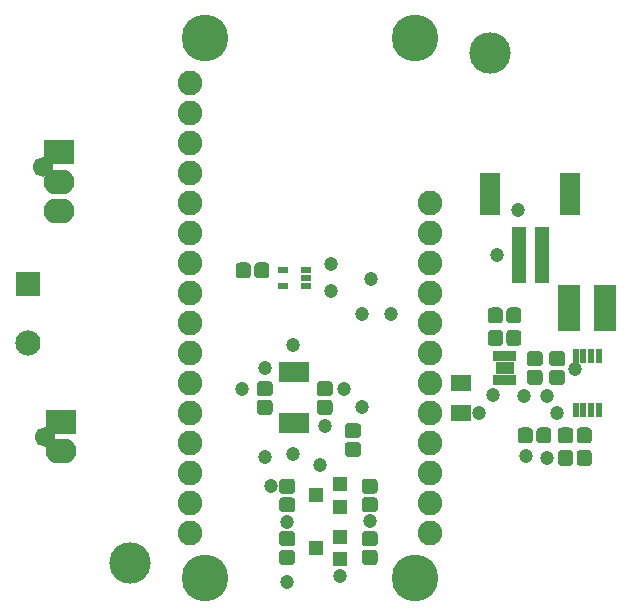
<source format=gbr>
G04 #@! TF.GenerationSoftware,KiCad,Pcbnew,(5.0.0-3-g5ebb6b6)*
G04 #@! TF.CreationDate,2018-10-15T13:07:59-06:00*
G04 #@! TF.ProjectId,DS_Special_Object,44535F5370656369616C5F4F626A6563,rev?*
G04 #@! TF.SameCoordinates,Original*
G04 #@! TF.FileFunction,Soldermask,Top*
G04 #@! TF.FilePolarity,Negative*
%FSLAX46Y46*%
G04 Gerber Fmt 4.6, Leading zero omitted, Abs format (unit mm)*
G04 Created by KiCad (PCBNEW (5.0.0-3-g5ebb6b6)) date Monday, October 15, 2018 at 01:07:59 PM*
%MOMM*%
%LPD*%
G01*
G04 APERTURE LIST*
%ADD10R,1.900000X4.000000*%
%ADD11C,0.100000*%
%ADD12C,1.275000*%
%ADD13C,1.700000*%
%ADD14O,2.600000X2.100000*%
%ADD15R,2.600000X2.100000*%
%ADD16C,3.505200*%
%ADD17R,1.201420X4.803140*%
%ADD18R,1.800860X3.601720*%
%ADD19R,1.300000X1.200000*%
%ADD20R,0.901700X0.622300*%
%ADD21R,0.502920X0.901700*%
%ADD22R,1.582420X1.000760*%
%ADD23C,2.082800*%
%ADD24C,3.956000*%
%ADD25R,0.601980X1.303020*%
%ADD26R,0.502920X1.651000*%
%ADD27R,0.838200X1.473200*%
%ADD28R,2.133600X2.133600*%
%ADD29C,2.133600*%
%ADD30C,1.200000*%
G04 APERTURE END LIST*
D10*
G04 #@! TO.C,L1*
X69064000Y-165989000D03*
X66064000Y-165989000D03*
G04 #@! TD*
D11*
G04 #@! TO.C,C1*
G36*
X61716493Y-165950535D02*
X61747435Y-165955125D01*
X61777778Y-165962725D01*
X61807230Y-165973263D01*
X61835508Y-165986638D01*
X61862338Y-166002719D01*
X61887463Y-166021353D01*
X61910640Y-166042360D01*
X61931647Y-166065537D01*
X61950281Y-166090662D01*
X61966362Y-166117492D01*
X61979737Y-166145770D01*
X61990275Y-166175222D01*
X61997875Y-166205565D01*
X62002465Y-166236507D01*
X62004000Y-166267750D01*
X62004000Y-166980250D01*
X62002465Y-167011493D01*
X61997875Y-167042435D01*
X61990275Y-167072778D01*
X61979737Y-167102230D01*
X61966362Y-167130508D01*
X61950281Y-167157338D01*
X61931647Y-167182463D01*
X61910640Y-167205640D01*
X61887463Y-167226647D01*
X61862338Y-167245281D01*
X61835508Y-167261362D01*
X61807230Y-167274737D01*
X61777778Y-167285275D01*
X61747435Y-167292875D01*
X61716493Y-167297465D01*
X61685250Y-167299000D01*
X61047750Y-167299000D01*
X61016507Y-167297465D01*
X60985565Y-167292875D01*
X60955222Y-167285275D01*
X60925770Y-167274737D01*
X60897492Y-167261362D01*
X60870662Y-167245281D01*
X60845537Y-167226647D01*
X60822360Y-167205640D01*
X60801353Y-167182463D01*
X60782719Y-167157338D01*
X60766638Y-167130508D01*
X60753263Y-167102230D01*
X60742725Y-167072778D01*
X60735125Y-167042435D01*
X60730535Y-167011493D01*
X60729000Y-166980250D01*
X60729000Y-166267750D01*
X60730535Y-166236507D01*
X60735125Y-166205565D01*
X60742725Y-166175222D01*
X60753263Y-166145770D01*
X60766638Y-166117492D01*
X60782719Y-166090662D01*
X60801353Y-166065537D01*
X60822360Y-166042360D01*
X60845537Y-166021353D01*
X60870662Y-166002719D01*
X60897492Y-165986638D01*
X60925770Y-165973263D01*
X60955222Y-165962725D01*
X60985565Y-165955125D01*
X61016507Y-165950535D01*
X61047750Y-165949000D01*
X61685250Y-165949000D01*
X61716493Y-165950535D01*
X61716493Y-165950535D01*
G37*
D12*
X61366500Y-166624000D03*
D11*
G36*
X60141493Y-165950535D02*
X60172435Y-165955125D01*
X60202778Y-165962725D01*
X60232230Y-165973263D01*
X60260508Y-165986638D01*
X60287338Y-166002719D01*
X60312463Y-166021353D01*
X60335640Y-166042360D01*
X60356647Y-166065537D01*
X60375281Y-166090662D01*
X60391362Y-166117492D01*
X60404737Y-166145770D01*
X60415275Y-166175222D01*
X60422875Y-166205565D01*
X60427465Y-166236507D01*
X60429000Y-166267750D01*
X60429000Y-166980250D01*
X60427465Y-167011493D01*
X60422875Y-167042435D01*
X60415275Y-167072778D01*
X60404737Y-167102230D01*
X60391362Y-167130508D01*
X60375281Y-167157338D01*
X60356647Y-167182463D01*
X60335640Y-167205640D01*
X60312463Y-167226647D01*
X60287338Y-167245281D01*
X60260508Y-167261362D01*
X60232230Y-167274737D01*
X60202778Y-167285275D01*
X60172435Y-167292875D01*
X60141493Y-167297465D01*
X60110250Y-167299000D01*
X59472750Y-167299000D01*
X59441507Y-167297465D01*
X59410565Y-167292875D01*
X59380222Y-167285275D01*
X59350770Y-167274737D01*
X59322492Y-167261362D01*
X59295662Y-167245281D01*
X59270537Y-167226647D01*
X59247360Y-167205640D01*
X59226353Y-167182463D01*
X59207719Y-167157338D01*
X59191638Y-167130508D01*
X59178263Y-167102230D01*
X59167725Y-167072778D01*
X59160125Y-167042435D01*
X59155535Y-167011493D01*
X59154000Y-166980250D01*
X59154000Y-166267750D01*
X59155535Y-166236507D01*
X59160125Y-166205565D01*
X59167725Y-166175222D01*
X59178263Y-166145770D01*
X59191638Y-166117492D01*
X59207719Y-166090662D01*
X59226353Y-166065537D01*
X59247360Y-166042360D01*
X59270537Y-166021353D01*
X59295662Y-166002719D01*
X59322492Y-165986638D01*
X59350770Y-165973263D01*
X59380222Y-165962725D01*
X59410565Y-165955125D01*
X59441507Y-165950535D01*
X59472750Y-165949000D01*
X60110250Y-165949000D01*
X60141493Y-165950535D01*
X60141493Y-165950535D01*
G37*
D12*
X59791500Y-166624000D03*
G04 #@! TD*
D11*
G04 #@! TO.C,C2*
G36*
X61716493Y-167855535D02*
X61747435Y-167860125D01*
X61777778Y-167867725D01*
X61807230Y-167878263D01*
X61835508Y-167891638D01*
X61862338Y-167907719D01*
X61887463Y-167926353D01*
X61910640Y-167947360D01*
X61931647Y-167970537D01*
X61950281Y-167995662D01*
X61966362Y-168022492D01*
X61979737Y-168050770D01*
X61990275Y-168080222D01*
X61997875Y-168110565D01*
X62002465Y-168141507D01*
X62004000Y-168172750D01*
X62004000Y-168885250D01*
X62002465Y-168916493D01*
X61997875Y-168947435D01*
X61990275Y-168977778D01*
X61979737Y-169007230D01*
X61966362Y-169035508D01*
X61950281Y-169062338D01*
X61931647Y-169087463D01*
X61910640Y-169110640D01*
X61887463Y-169131647D01*
X61862338Y-169150281D01*
X61835508Y-169166362D01*
X61807230Y-169179737D01*
X61777778Y-169190275D01*
X61747435Y-169197875D01*
X61716493Y-169202465D01*
X61685250Y-169204000D01*
X61047750Y-169204000D01*
X61016507Y-169202465D01*
X60985565Y-169197875D01*
X60955222Y-169190275D01*
X60925770Y-169179737D01*
X60897492Y-169166362D01*
X60870662Y-169150281D01*
X60845537Y-169131647D01*
X60822360Y-169110640D01*
X60801353Y-169087463D01*
X60782719Y-169062338D01*
X60766638Y-169035508D01*
X60753263Y-169007230D01*
X60742725Y-168977778D01*
X60735125Y-168947435D01*
X60730535Y-168916493D01*
X60729000Y-168885250D01*
X60729000Y-168172750D01*
X60730535Y-168141507D01*
X60735125Y-168110565D01*
X60742725Y-168080222D01*
X60753263Y-168050770D01*
X60766638Y-168022492D01*
X60782719Y-167995662D01*
X60801353Y-167970537D01*
X60822360Y-167947360D01*
X60845537Y-167926353D01*
X60870662Y-167907719D01*
X60897492Y-167891638D01*
X60925770Y-167878263D01*
X60955222Y-167867725D01*
X60985565Y-167860125D01*
X61016507Y-167855535D01*
X61047750Y-167854000D01*
X61685250Y-167854000D01*
X61716493Y-167855535D01*
X61716493Y-167855535D01*
G37*
D12*
X61366500Y-168529000D03*
D11*
G36*
X60141493Y-167855535D02*
X60172435Y-167860125D01*
X60202778Y-167867725D01*
X60232230Y-167878263D01*
X60260508Y-167891638D01*
X60287338Y-167907719D01*
X60312463Y-167926353D01*
X60335640Y-167947360D01*
X60356647Y-167970537D01*
X60375281Y-167995662D01*
X60391362Y-168022492D01*
X60404737Y-168050770D01*
X60415275Y-168080222D01*
X60422875Y-168110565D01*
X60427465Y-168141507D01*
X60429000Y-168172750D01*
X60429000Y-168885250D01*
X60427465Y-168916493D01*
X60422875Y-168947435D01*
X60415275Y-168977778D01*
X60404737Y-169007230D01*
X60391362Y-169035508D01*
X60375281Y-169062338D01*
X60356647Y-169087463D01*
X60335640Y-169110640D01*
X60312463Y-169131647D01*
X60287338Y-169150281D01*
X60260508Y-169166362D01*
X60232230Y-169179737D01*
X60202778Y-169190275D01*
X60172435Y-169197875D01*
X60141493Y-169202465D01*
X60110250Y-169204000D01*
X59472750Y-169204000D01*
X59441507Y-169202465D01*
X59410565Y-169197875D01*
X59380222Y-169190275D01*
X59350770Y-169179737D01*
X59322492Y-169166362D01*
X59295662Y-169150281D01*
X59270537Y-169131647D01*
X59247360Y-169110640D01*
X59226353Y-169087463D01*
X59207719Y-169062338D01*
X59191638Y-169035508D01*
X59178263Y-169007230D01*
X59167725Y-168977778D01*
X59160125Y-168947435D01*
X59155535Y-168916493D01*
X59154000Y-168885250D01*
X59154000Y-168172750D01*
X59155535Y-168141507D01*
X59160125Y-168110565D01*
X59167725Y-168080222D01*
X59178263Y-168050770D01*
X59191638Y-168022492D01*
X59207719Y-167995662D01*
X59226353Y-167970537D01*
X59247360Y-167947360D01*
X59270537Y-167926353D01*
X59295662Y-167907719D01*
X59322492Y-167891638D01*
X59350770Y-167878263D01*
X59380222Y-167867725D01*
X59410565Y-167860125D01*
X59441507Y-167855535D01*
X59472750Y-167854000D01*
X60110250Y-167854000D01*
X60141493Y-167855535D01*
X60141493Y-167855535D01*
G37*
D12*
X59791500Y-168529000D03*
G04 #@! TD*
D11*
G04 #@! TO.C,R1*
G36*
X66084993Y-176110535D02*
X66115935Y-176115125D01*
X66146278Y-176122725D01*
X66175730Y-176133263D01*
X66204008Y-176146638D01*
X66230838Y-176162719D01*
X66255963Y-176181353D01*
X66279140Y-176202360D01*
X66300147Y-176225537D01*
X66318781Y-176250662D01*
X66334862Y-176277492D01*
X66348237Y-176305770D01*
X66358775Y-176335222D01*
X66366375Y-176365565D01*
X66370965Y-176396507D01*
X66372500Y-176427750D01*
X66372500Y-177140250D01*
X66370965Y-177171493D01*
X66366375Y-177202435D01*
X66358775Y-177232778D01*
X66348237Y-177262230D01*
X66334862Y-177290508D01*
X66318781Y-177317338D01*
X66300147Y-177342463D01*
X66279140Y-177365640D01*
X66255963Y-177386647D01*
X66230838Y-177405281D01*
X66204008Y-177421362D01*
X66175730Y-177434737D01*
X66146278Y-177445275D01*
X66115935Y-177452875D01*
X66084993Y-177457465D01*
X66053750Y-177459000D01*
X65416250Y-177459000D01*
X65385007Y-177457465D01*
X65354065Y-177452875D01*
X65323722Y-177445275D01*
X65294270Y-177434737D01*
X65265992Y-177421362D01*
X65239162Y-177405281D01*
X65214037Y-177386647D01*
X65190860Y-177365640D01*
X65169853Y-177342463D01*
X65151219Y-177317338D01*
X65135138Y-177290508D01*
X65121763Y-177262230D01*
X65111225Y-177232778D01*
X65103625Y-177202435D01*
X65099035Y-177171493D01*
X65097500Y-177140250D01*
X65097500Y-176427750D01*
X65099035Y-176396507D01*
X65103625Y-176365565D01*
X65111225Y-176335222D01*
X65121763Y-176305770D01*
X65135138Y-176277492D01*
X65151219Y-176250662D01*
X65169853Y-176225537D01*
X65190860Y-176202360D01*
X65214037Y-176181353D01*
X65239162Y-176162719D01*
X65265992Y-176146638D01*
X65294270Y-176133263D01*
X65323722Y-176122725D01*
X65354065Y-176115125D01*
X65385007Y-176110535D01*
X65416250Y-176109000D01*
X66053750Y-176109000D01*
X66084993Y-176110535D01*
X66084993Y-176110535D01*
G37*
D12*
X65735000Y-176784000D03*
D11*
G36*
X67659993Y-176110535D02*
X67690935Y-176115125D01*
X67721278Y-176122725D01*
X67750730Y-176133263D01*
X67779008Y-176146638D01*
X67805838Y-176162719D01*
X67830963Y-176181353D01*
X67854140Y-176202360D01*
X67875147Y-176225537D01*
X67893781Y-176250662D01*
X67909862Y-176277492D01*
X67923237Y-176305770D01*
X67933775Y-176335222D01*
X67941375Y-176365565D01*
X67945965Y-176396507D01*
X67947500Y-176427750D01*
X67947500Y-177140250D01*
X67945965Y-177171493D01*
X67941375Y-177202435D01*
X67933775Y-177232778D01*
X67923237Y-177262230D01*
X67909862Y-177290508D01*
X67893781Y-177317338D01*
X67875147Y-177342463D01*
X67854140Y-177365640D01*
X67830963Y-177386647D01*
X67805838Y-177405281D01*
X67779008Y-177421362D01*
X67750730Y-177434737D01*
X67721278Y-177445275D01*
X67690935Y-177452875D01*
X67659993Y-177457465D01*
X67628750Y-177459000D01*
X66991250Y-177459000D01*
X66960007Y-177457465D01*
X66929065Y-177452875D01*
X66898722Y-177445275D01*
X66869270Y-177434737D01*
X66840992Y-177421362D01*
X66814162Y-177405281D01*
X66789037Y-177386647D01*
X66765860Y-177365640D01*
X66744853Y-177342463D01*
X66726219Y-177317338D01*
X66710138Y-177290508D01*
X66696763Y-177262230D01*
X66686225Y-177232778D01*
X66678625Y-177202435D01*
X66674035Y-177171493D01*
X66672500Y-177140250D01*
X66672500Y-176427750D01*
X66674035Y-176396507D01*
X66678625Y-176365565D01*
X66686225Y-176335222D01*
X66696763Y-176305770D01*
X66710138Y-176277492D01*
X66726219Y-176250662D01*
X66744853Y-176225537D01*
X66765860Y-176202360D01*
X66789037Y-176181353D01*
X66814162Y-176162719D01*
X66840992Y-176146638D01*
X66869270Y-176133263D01*
X66898722Y-176122725D01*
X66929065Y-176115125D01*
X66960007Y-176110535D01*
X66991250Y-176109000D01*
X67628750Y-176109000D01*
X67659993Y-176110535D01*
X67659993Y-176110535D01*
G37*
D12*
X67310000Y-176784000D03*
G04 #@! TD*
D11*
G04 #@! TO.C,R2*
G36*
X64256493Y-176110535D02*
X64287435Y-176115125D01*
X64317778Y-176122725D01*
X64347230Y-176133263D01*
X64375508Y-176146638D01*
X64402338Y-176162719D01*
X64427463Y-176181353D01*
X64450640Y-176202360D01*
X64471647Y-176225537D01*
X64490281Y-176250662D01*
X64506362Y-176277492D01*
X64519737Y-176305770D01*
X64530275Y-176335222D01*
X64537875Y-176365565D01*
X64542465Y-176396507D01*
X64544000Y-176427750D01*
X64544000Y-177140250D01*
X64542465Y-177171493D01*
X64537875Y-177202435D01*
X64530275Y-177232778D01*
X64519737Y-177262230D01*
X64506362Y-177290508D01*
X64490281Y-177317338D01*
X64471647Y-177342463D01*
X64450640Y-177365640D01*
X64427463Y-177386647D01*
X64402338Y-177405281D01*
X64375508Y-177421362D01*
X64347230Y-177434737D01*
X64317778Y-177445275D01*
X64287435Y-177452875D01*
X64256493Y-177457465D01*
X64225250Y-177459000D01*
X63587750Y-177459000D01*
X63556507Y-177457465D01*
X63525565Y-177452875D01*
X63495222Y-177445275D01*
X63465770Y-177434737D01*
X63437492Y-177421362D01*
X63410662Y-177405281D01*
X63385537Y-177386647D01*
X63362360Y-177365640D01*
X63341353Y-177342463D01*
X63322719Y-177317338D01*
X63306638Y-177290508D01*
X63293263Y-177262230D01*
X63282725Y-177232778D01*
X63275125Y-177202435D01*
X63270535Y-177171493D01*
X63269000Y-177140250D01*
X63269000Y-176427750D01*
X63270535Y-176396507D01*
X63275125Y-176365565D01*
X63282725Y-176335222D01*
X63293263Y-176305770D01*
X63306638Y-176277492D01*
X63322719Y-176250662D01*
X63341353Y-176225537D01*
X63362360Y-176202360D01*
X63385537Y-176181353D01*
X63410662Y-176162719D01*
X63437492Y-176146638D01*
X63465770Y-176133263D01*
X63495222Y-176122725D01*
X63525565Y-176115125D01*
X63556507Y-176110535D01*
X63587750Y-176109000D01*
X64225250Y-176109000D01*
X64256493Y-176110535D01*
X64256493Y-176110535D01*
G37*
D12*
X63906500Y-176784000D03*
D11*
G36*
X62681493Y-176110535D02*
X62712435Y-176115125D01*
X62742778Y-176122725D01*
X62772230Y-176133263D01*
X62800508Y-176146638D01*
X62827338Y-176162719D01*
X62852463Y-176181353D01*
X62875640Y-176202360D01*
X62896647Y-176225537D01*
X62915281Y-176250662D01*
X62931362Y-176277492D01*
X62944737Y-176305770D01*
X62955275Y-176335222D01*
X62962875Y-176365565D01*
X62967465Y-176396507D01*
X62969000Y-176427750D01*
X62969000Y-177140250D01*
X62967465Y-177171493D01*
X62962875Y-177202435D01*
X62955275Y-177232778D01*
X62944737Y-177262230D01*
X62931362Y-177290508D01*
X62915281Y-177317338D01*
X62896647Y-177342463D01*
X62875640Y-177365640D01*
X62852463Y-177386647D01*
X62827338Y-177405281D01*
X62800508Y-177421362D01*
X62772230Y-177434737D01*
X62742778Y-177445275D01*
X62712435Y-177452875D01*
X62681493Y-177457465D01*
X62650250Y-177459000D01*
X62012750Y-177459000D01*
X61981507Y-177457465D01*
X61950565Y-177452875D01*
X61920222Y-177445275D01*
X61890770Y-177434737D01*
X61862492Y-177421362D01*
X61835662Y-177405281D01*
X61810537Y-177386647D01*
X61787360Y-177365640D01*
X61766353Y-177342463D01*
X61747719Y-177317338D01*
X61731638Y-177290508D01*
X61718263Y-177262230D01*
X61707725Y-177232778D01*
X61700125Y-177202435D01*
X61695535Y-177171493D01*
X61694000Y-177140250D01*
X61694000Y-176427750D01*
X61695535Y-176396507D01*
X61700125Y-176365565D01*
X61707725Y-176335222D01*
X61718263Y-176305770D01*
X61731638Y-176277492D01*
X61747719Y-176250662D01*
X61766353Y-176225537D01*
X61787360Y-176202360D01*
X61810537Y-176181353D01*
X61835662Y-176162719D01*
X61862492Y-176146638D01*
X61890770Y-176133263D01*
X61920222Y-176122725D01*
X61950565Y-176115125D01*
X61981507Y-176110535D01*
X62012750Y-176109000D01*
X62650250Y-176109000D01*
X62681493Y-176110535D01*
X62681493Y-176110535D01*
G37*
D12*
X62331500Y-176784000D03*
G04 #@! TD*
D13*
G04 #@! TO.C,J2*
X21520000Y-154071000D03*
D14*
X22860000Y-157821000D03*
X22860000Y-155321000D03*
D15*
X22860000Y-152821000D03*
G04 #@! TD*
G04 #@! TO.C,J3*
X22987000Y-175641000D03*
D14*
X22987000Y-178141000D03*
D13*
X21647000Y-176891000D03*
G04 #@! TD*
D16*
G04 #@! TO.C,H1*
X59309000Y-144399000D03*
G04 #@! TD*
G04 #@! TO.C,H3*
X28829000Y-187579000D03*
G04 #@! TD*
D11*
G04 #@! TO.C,C3*
G36*
X63506493Y-171220535D02*
X63537435Y-171225125D01*
X63567778Y-171232725D01*
X63597230Y-171243263D01*
X63625508Y-171256638D01*
X63652338Y-171272719D01*
X63677463Y-171291353D01*
X63700640Y-171312360D01*
X63721647Y-171335537D01*
X63740281Y-171360662D01*
X63756362Y-171387492D01*
X63769737Y-171415770D01*
X63780275Y-171445222D01*
X63787875Y-171475565D01*
X63792465Y-171506507D01*
X63794000Y-171537750D01*
X63794000Y-172175250D01*
X63792465Y-172206493D01*
X63787875Y-172237435D01*
X63780275Y-172267778D01*
X63769737Y-172297230D01*
X63756362Y-172325508D01*
X63740281Y-172352338D01*
X63721647Y-172377463D01*
X63700640Y-172400640D01*
X63677463Y-172421647D01*
X63652338Y-172440281D01*
X63625508Y-172456362D01*
X63597230Y-172469737D01*
X63567778Y-172480275D01*
X63537435Y-172487875D01*
X63506493Y-172492465D01*
X63475250Y-172494000D01*
X62762750Y-172494000D01*
X62731507Y-172492465D01*
X62700565Y-172487875D01*
X62670222Y-172480275D01*
X62640770Y-172469737D01*
X62612492Y-172456362D01*
X62585662Y-172440281D01*
X62560537Y-172421647D01*
X62537360Y-172400640D01*
X62516353Y-172377463D01*
X62497719Y-172352338D01*
X62481638Y-172325508D01*
X62468263Y-172297230D01*
X62457725Y-172267778D01*
X62450125Y-172237435D01*
X62445535Y-172206493D01*
X62444000Y-172175250D01*
X62444000Y-171537750D01*
X62445535Y-171506507D01*
X62450125Y-171475565D01*
X62457725Y-171445222D01*
X62468263Y-171415770D01*
X62481638Y-171387492D01*
X62497719Y-171360662D01*
X62516353Y-171335537D01*
X62537360Y-171312360D01*
X62560537Y-171291353D01*
X62585662Y-171272719D01*
X62612492Y-171256638D01*
X62640770Y-171243263D01*
X62670222Y-171232725D01*
X62700565Y-171225125D01*
X62731507Y-171220535D01*
X62762750Y-171219000D01*
X63475250Y-171219000D01*
X63506493Y-171220535D01*
X63506493Y-171220535D01*
G37*
D12*
X63119000Y-171856500D03*
D11*
G36*
X63506493Y-169645535D02*
X63537435Y-169650125D01*
X63567778Y-169657725D01*
X63597230Y-169668263D01*
X63625508Y-169681638D01*
X63652338Y-169697719D01*
X63677463Y-169716353D01*
X63700640Y-169737360D01*
X63721647Y-169760537D01*
X63740281Y-169785662D01*
X63756362Y-169812492D01*
X63769737Y-169840770D01*
X63780275Y-169870222D01*
X63787875Y-169900565D01*
X63792465Y-169931507D01*
X63794000Y-169962750D01*
X63794000Y-170600250D01*
X63792465Y-170631493D01*
X63787875Y-170662435D01*
X63780275Y-170692778D01*
X63769737Y-170722230D01*
X63756362Y-170750508D01*
X63740281Y-170777338D01*
X63721647Y-170802463D01*
X63700640Y-170825640D01*
X63677463Y-170846647D01*
X63652338Y-170865281D01*
X63625508Y-170881362D01*
X63597230Y-170894737D01*
X63567778Y-170905275D01*
X63537435Y-170912875D01*
X63506493Y-170917465D01*
X63475250Y-170919000D01*
X62762750Y-170919000D01*
X62731507Y-170917465D01*
X62700565Y-170912875D01*
X62670222Y-170905275D01*
X62640770Y-170894737D01*
X62612492Y-170881362D01*
X62585662Y-170865281D01*
X62560537Y-170846647D01*
X62537360Y-170825640D01*
X62516353Y-170802463D01*
X62497719Y-170777338D01*
X62481638Y-170750508D01*
X62468263Y-170722230D01*
X62457725Y-170692778D01*
X62450125Y-170662435D01*
X62445535Y-170631493D01*
X62444000Y-170600250D01*
X62444000Y-169962750D01*
X62445535Y-169931507D01*
X62450125Y-169900565D01*
X62457725Y-169870222D01*
X62468263Y-169840770D01*
X62481638Y-169812492D01*
X62497719Y-169785662D01*
X62516353Y-169760537D01*
X62537360Y-169737360D01*
X62560537Y-169716353D01*
X62585662Y-169697719D01*
X62612492Y-169681638D01*
X62640770Y-169668263D01*
X62670222Y-169657725D01*
X62700565Y-169650125D01*
X62731507Y-169645535D01*
X62762750Y-169644000D01*
X63475250Y-169644000D01*
X63506493Y-169645535D01*
X63506493Y-169645535D01*
G37*
D12*
X63119000Y-170281500D03*
G04 #@! TD*
D11*
G04 #@! TO.C,C4*
G36*
X67659993Y-178015535D02*
X67690935Y-178020125D01*
X67721278Y-178027725D01*
X67750730Y-178038263D01*
X67779008Y-178051638D01*
X67805838Y-178067719D01*
X67830963Y-178086353D01*
X67854140Y-178107360D01*
X67875147Y-178130537D01*
X67893781Y-178155662D01*
X67909862Y-178182492D01*
X67923237Y-178210770D01*
X67933775Y-178240222D01*
X67941375Y-178270565D01*
X67945965Y-178301507D01*
X67947500Y-178332750D01*
X67947500Y-179045250D01*
X67945965Y-179076493D01*
X67941375Y-179107435D01*
X67933775Y-179137778D01*
X67923237Y-179167230D01*
X67909862Y-179195508D01*
X67893781Y-179222338D01*
X67875147Y-179247463D01*
X67854140Y-179270640D01*
X67830963Y-179291647D01*
X67805838Y-179310281D01*
X67779008Y-179326362D01*
X67750730Y-179339737D01*
X67721278Y-179350275D01*
X67690935Y-179357875D01*
X67659993Y-179362465D01*
X67628750Y-179364000D01*
X66991250Y-179364000D01*
X66960007Y-179362465D01*
X66929065Y-179357875D01*
X66898722Y-179350275D01*
X66869270Y-179339737D01*
X66840992Y-179326362D01*
X66814162Y-179310281D01*
X66789037Y-179291647D01*
X66765860Y-179270640D01*
X66744853Y-179247463D01*
X66726219Y-179222338D01*
X66710138Y-179195508D01*
X66696763Y-179167230D01*
X66686225Y-179137778D01*
X66678625Y-179107435D01*
X66674035Y-179076493D01*
X66672500Y-179045250D01*
X66672500Y-178332750D01*
X66674035Y-178301507D01*
X66678625Y-178270565D01*
X66686225Y-178240222D01*
X66696763Y-178210770D01*
X66710138Y-178182492D01*
X66726219Y-178155662D01*
X66744853Y-178130537D01*
X66765860Y-178107360D01*
X66789037Y-178086353D01*
X66814162Y-178067719D01*
X66840992Y-178051638D01*
X66869270Y-178038263D01*
X66898722Y-178027725D01*
X66929065Y-178020125D01*
X66960007Y-178015535D01*
X66991250Y-178014000D01*
X67628750Y-178014000D01*
X67659993Y-178015535D01*
X67659993Y-178015535D01*
G37*
D12*
X67310000Y-178689000D03*
D11*
G36*
X66084993Y-178015535D02*
X66115935Y-178020125D01*
X66146278Y-178027725D01*
X66175730Y-178038263D01*
X66204008Y-178051638D01*
X66230838Y-178067719D01*
X66255963Y-178086353D01*
X66279140Y-178107360D01*
X66300147Y-178130537D01*
X66318781Y-178155662D01*
X66334862Y-178182492D01*
X66348237Y-178210770D01*
X66358775Y-178240222D01*
X66366375Y-178270565D01*
X66370965Y-178301507D01*
X66372500Y-178332750D01*
X66372500Y-179045250D01*
X66370965Y-179076493D01*
X66366375Y-179107435D01*
X66358775Y-179137778D01*
X66348237Y-179167230D01*
X66334862Y-179195508D01*
X66318781Y-179222338D01*
X66300147Y-179247463D01*
X66279140Y-179270640D01*
X66255963Y-179291647D01*
X66230838Y-179310281D01*
X66204008Y-179326362D01*
X66175730Y-179339737D01*
X66146278Y-179350275D01*
X66115935Y-179357875D01*
X66084993Y-179362465D01*
X66053750Y-179364000D01*
X65416250Y-179364000D01*
X65385007Y-179362465D01*
X65354065Y-179357875D01*
X65323722Y-179350275D01*
X65294270Y-179339737D01*
X65265992Y-179326362D01*
X65239162Y-179310281D01*
X65214037Y-179291647D01*
X65190860Y-179270640D01*
X65169853Y-179247463D01*
X65151219Y-179222338D01*
X65135138Y-179195508D01*
X65121763Y-179167230D01*
X65111225Y-179137778D01*
X65103625Y-179107435D01*
X65099035Y-179076493D01*
X65097500Y-179045250D01*
X65097500Y-178332750D01*
X65099035Y-178301507D01*
X65103625Y-178270565D01*
X65111225Y-178240222D01*
X65121763Y-178210770D01*
X65135138Y-178182492D01*
X65151219Y-178155662D01*
X65169853Y-178130537D01*
X65190860Y-178107360D01*
X65214037Y-178086353D01*
X65239162Y-178067719D01*
X65265992Y-178051638D01*
X65294270Y-178038263D01*
X65323722Y-178027725D01*
X65354065Y-178020125D01*
X65385007Y-178015535D01*
X65416250Y-178014000D01*
X66053750Y-178014000D01*
X66084993Y-178015535D01*
X66084993Y-178015535D01*
G37*
D12*
X65735000Y-178689000D03*
G04 #@! TD*
D11*
G04 #@! TO.C,C5*
G36*
X40646493Y-172185535D02*
X40677435Y-172190125D01*
X40707778Y-172197725D01*
X40737230Y-172208263D01*
X40765508Y-172221638D01*
X40792338Y-172237719D01*
X40817463Y-172256353D01*
X40840640Y-172277360D01*
X40861647Y-172300537D01*
X40880281Y-172325662D01*
X40896362Y-172352492D01*
X40909737Y-172380770D01*
X40920275Y-172410222D01*
X40927875Y-172440565D01*
X40932465Y-172471507D01*
X40934000Y-172502750D01*
X40934000Y-173140250D01*
X40932465Y-173171493D01*
X40927875Y-173202435D01*
X40920275Y-173232778D01*
X40909737Y-173262230D01*
X40896362Y-173290508D01*
X40880281Y-173317338D01*
X40861647Y-173342463D01*
X40840640Y-173365640D01*
X40817463Y-173386647D01*
X40792338Y-173405281D01*
X40765508Y-173421362D01*
X40737230Y-173434737D01*
X40707778Y-173445275D01*
X40677435Y-173452875D01*
X40646493Y-173457465D01*
X40615250Y-173459000D01*
X39902750Y-173459000D01*
X39871507Y-173457465D01*
X39840565Y-173452875D01*
X39810222Y-173445275D01*
X39780770Y-173434737D01*
X39752492Y-173421362D01*
X39725662Y-173405281D01*
X39700537Y-173386647D01*
X39677360Y-173365640D01*
X39656353Y-173342463D01*
X39637719Y-173317338D01*
X39621638Y-173290508D01*
X39608263Y-173262230D01*
X39597725Y-173232778D01*
X39590125Y-173202435D01*
X39585535Y-173171493D01*
X39584000Y-173140250D01*
X39584000Y-172502750D01*
X39585535Y-172471507D01*
X39590125Y-172440565D01*
X39597725Y-172410222D01*
X39608263Y-172380770D01*
X39621638Y-172352492D01*
X39637719Y-172325662D01*
X39656353Y-172300537D01*
X39677360Y-172277360D01*
X39700537Y-172256353D01*
X39725662Y-172237719D01*
X39752492Y-172221638D01*
X39780770Y-172208263D01*
X39810222Y-172197725D01*
X39840565Y-172190125D01*
X39871507Y-172185535D01*
X39902750Y-172184000D01*
X40615250Y-172184000D01*
X40646493Y-172185535D01*
X40646493Y-172185535D01*
G37*
D12*
X40259000Y-172821500D03*
D11*
G36*
X40646493Y-173760535D02*
X40677435Y-173765125D01*
X40707778Y-173772725D01*
X40737230Y-173783263D01*
X40765508Y-173796638D01*
X40792338Y-173812719D01*
X40817463Y-173831353D01*
X40840640Y-173852360D01*
X40861647Y-173875537D01*
X40880281Y-173900662D01*
X40896362Y-173927492D01*
X40909737Y-173955770D01*
X40920275Y-173985222D01*
X40927875Y-174015565D01*
X40932465Y-174046507D01*
X40934000Y-174077750D01*
X40934000Y-174715250D01*
X40932465Y-174746493D01*
X40927875Y-174777435D01*
X40920275Y-174807778D01*
X40909737Y-174837230D01*
X40896362Y-174865508D01*
X40880281Y-174892338D01*
X40861647Y-174917463D01*
X40840640Y-174940640D01*
X40817463Y-174961647D01*
X40792338Y-174980281D01*
X40765508Y-174996362D01*
X40737230Y-175009737D01*
X40707778Y-175020275D01*
X40677435Y-175027875D01*
X40646493Y-175032465D01*
X40615250Y-175034000D01*
X39902750Y-175034000D01*
X39871507Y-175032465D01*
X39840565Y-175027875D01*
X39810222Y-175020275D01*
X39780770Y-175009737D01*
X39752492Y-174996362D01*
X39725662Y-174980281D01*
X39700537Y-174961647D01*
X39677360Y-174940640D01*
X39656353Y-174917463D01*
X39637719Y-174892338D01*
X39621638Y-174865508D01*
X39608263Y-174837230D01*
X39597725Y-174807778D01*
X39590125Y-174777435D01*
X39585535Y-174746493D01*
X39584000Y-174715250D01*
X39584000Y-174077750D01*
X39585535Y-174046507D01*
X39590125Y-174015565D01*
X39597725Y-173985222D01*
X39608263Y-173955770D01*
X39621638Y-173927492D01*
X39637719Y-173900662D01*
X39656353Y-173875537D01*
X39677360Y-173852360D01*
X39700537Y-173831353D01*
X39725662Y-173812719D01*
X39752492Y-173796638D01*
X39780770Y-173783263D01*
X39810222Y-173772725D01*
X39840565Y-173765125D01*
X39871507Y-173760535D01*
X39902750Y-173759000D01*
X40615250Y-173759000D01*
X40646493Y-173760535D01*
X40646493Y-173760535D01*
G37*
D12*
X40259000Y-174396500D03*
G04 #@! TD*
D11*
G04 #@! TO.C,C6*
G36*
X45726493Y-172185535D02*
X45757435Y-172190125D01*
X45787778Y-172197725D01*
X45817230Y-172208263D01*
X45845508Y-172221638D01*
X45872338Y-172237719D01*
X45897463Y-172256353D01*
X45920640Y-172277360D01*
X45941647Y-172300537D01*
X45960281Y-172325662D01*
X45976362Y-172352492D01*
X45989737Y-172380770D01*
X46000275Y-172410222D01*
X46007875Y-172440565D01*
X46012465Y-172471507D01*
X46014000Y-172502750D01*
X46014000Y-173140250D01*
X46012465Y-173171493D01*
X46007875Y-173202435D01*
X46000275Y-173232778D01*
X45989737Y-173262230D01*
X45976362Y-173290508D01*
X45960281Y-173317338D01*
X45941647Y-173342463D01*
X45920640Y-173365640D01*
X45897463Y-173386647D01*
X45872338Y-173405281D01*
X45845508Y-173421362D01*
X45817230Y-173434737D01*
X45787778Y-173445275D01*
X45757435Y-173452875D01*
X45726493Y-173457465D01*
X45695250Y-173459000D01*
X44982750Y-173459000D01*
X44951507Y-173457465D01*
X44920565Y-173452875D01*
X44890222Y-173445275D01*
X44860770Y-173434737D01*
X44832492Y-173421362D01*
X44805662Y-173405281D01*
X44780537Y-173386647D01*
X44757360Y-173365640D01*
X44736353Y-173342463D01*
X44717719Y-173317338D01*
X44701638Y-173290508D01*
X44688263Y-173262230D01*
X44677725Y-173232778D01*
X44670125Y-173202435D01*
X44665535Y-173171493D01*
X44664000Y-173140250D01*
X44664000Y-172502750D01*
X44665535Y-172471507D01*
X44670125Y-172440565D01*
X44677725Y-172410222D01*
X44688263Y-172380770D01*
X44701638Y-172352492D01*
X44717719Y-172325662D01*
X44736353Y-172300537D01*
X44757360Y-172277360D01*
X44780537Y-172256353D01*
X44805662Y-172237719D01*
X44832492Y-172221638D01*
X44860770Y-172208263D01*
X44890222Y-172197725D01*
X44920565Y-172190125D01*
X44951507Y-172185535D01*
X44982750Y-172184000D01*
X45695250Y-172184000D01*
X45726493Y-172185535D01*
X45726493Y-172185535D01*
G37*
D12*
X45339000Y-172821500D03*
D11*
G36*
X45726493Y-173760535D02*
X45757435Y-173765125D01*
X45787778Y-173772725D01*
X45817230Y-173783263D01*
X45845508Y-173796638D01*
X45872338Y-173812719D01*
X45897463Y-173831353D01*
X45920640Y-173852360D01*
X45941647Y-173875537D01*
X45960281Y-173900662D01*
X45976362Y-173927492D01*
X45989737Y-173955770D01*
X46000275Y-173985222D01*
X46007875Y-174015565D01*
X46012465Y-174046507D01*
X46014000Y-174077750D01*
X46014000Y-174715250D01*
X46012465Y-174746493D01*
X46007875Y-174777435D01*
X46000275Y-174807778D01*
X45989737Y-174837230D01*
X45976362Y-174865508D01*
X45960281Y-174892338D01*
X45941647Y-174917463D01*
X45920640Y-174940640D01*
X45897463Y-174961647D01*
X45872338Y-174980281D01*
X45845508Y-174996362D01*
X45817230Y-175009737D01*
X45787778Y-175020275D01*
X45757435Y-175027875D01*
X45726493Y-175032465D01*
X45695250Y-175034000D01*
X44982750Y-175034000D01*
X44951507Y-175032465D01*
X44920565Y-175027875D01*
X44890222Y-175020275D01*
X44860770Y-175009737D01*
X44832492Y-174996362D01*
X44805662Y-174980281D01*
X44780537Y-174961647D01*
X44757360Y-174940640D01*
X44736353Y-174917463D01*
X44717719Y-174892338D01*
X44701638Y-174865508D01*
X44688263Y-174837230D01*
X44677725Y-174807778D01*
X44670125Y-174777435D01*
X44665535Y-174746493D01*
X44664000Y-174715250D01*
X44664000Y-174077750D01*
X44665535Y-174046507D01*
X44670125Y-174015565D01*
X44677725Y-173985222D01*
X44688263Y-173955770D01*
X44701638Y-173927492D01*
X44717719Y-173900662D01*
X44736353Y-173875537D01*
X44757360Y-173852360D01*
X44780537Y-173831353D01*
X44805662Y-173812719D01*
X44832492Y-173796638D01*
X44860770Y-173783263D01*
X44890222Y-173772725D01*
X44920565Y-173765125D01*
X44951507Y-173760535D01*
X44982750Y-173759000D01*
X45695250Y-173759000D01*
X45726493Y-173760535D01*
X45726493Y-173760535D01*
G37*
D12*
X45339000Y-174396500D03*
G04 #@! TD*
D17*
G04 #@! TO.C,J1*
X61757558Y-161544000D03*
X63754000Y-161544000D03*
D18*
X59357259Y-156347160D03*
X66154299Y-156347160D03*
G04 #@! TD*
D19*
G04 #@! TO.C,Q1*
X46609000Y-187259000D03*
X46609000Y-185359000D03*
X44609000Y-186309000D03*
G04 #@! TD*
G04 #@! TO.C,Q2*
X44609000Y-181864000D03*
X46609000Y-180914000D03*
X46609000Y-182814000D03*
G04 #@! TD*
D11*
G04 #@! TO.C,R3*
G36*
X49536493Y-186460535D02*
X49567435Y-186465125D01*
X49597778Y-186472725D01*
X49627230Y-186483263D01*
X49655508Y-186496638D01*
X49682338Y-186512719D01*
X49707463Y-186531353D01*
X49730640Y-186552360D01*
X49751647Y-186575537D01*
X49770281Y-186600662D01*
X49786362Y-186627492D01*
X49799737Y-186655770D01*
X49810275Y-186685222D01*
X49817875Y-186715565D01*
X49822465Y-186746507D01*
X49824000Y-186777750D01*
X49824000Y-187415250D01*
X49822465Y-187446493D01*
X49817875Y-187477435D01*
X49810275Y-187507778D01*
X49799737Y-187537230D01*
X49786362Y-187565508D01*
X49770281Y-187592338D01*
X49751647Y-187617463D01*
X49730640Y-187640640D01*
X49707463Y-187661647D01*
X49682338Y-187680281D01*
X49655508Y-187696362D01*
X49627230Y-187709737D01*
X49597778Y-187720275D01*
X49567435Y-187727875D01*
X49536493Y-187732465D01*
X49505250Y-187734000D01*
X48792750Y-187734000D01*
X48761507Y-187732465D01*
X48730565Y-187727875D01*
X48700222Y-187720275D01*
X48670770Y-187709737D01*
X48642492Y-187696362D01*
X48615662Y-187680281D01*
X48590537Y-187661647D01*
X48567360Y-187640640D01*
X48546353Y-187617463D01*
X48527719Y-187592338D01*
X48511638Y-187565508D01*
X48498263Y-187537230D01*
X48487725Y-187507778D01*
X48480125Y-187477435D01*
X48475535Y-187446493D01*
X48474000Y-187415250D01*
X48474000Y-186777750D01*
X48475535Y-186746507D01*
X48480125Y-186715565D01*
X48487725Y-186685222D01*
X48498263Y-186655770D01*
X48511638Y-186627492D01*
X48527719Y-186600662D01*
X48546353Y-186575537D01*
X48567360Y-186552360D01*
X48590537Y-186531353D01*
X48615662Y-186512719D01*
X48642492Y-186496638D01*
X48670770Y-186483263D01*
X48700222Y-186472725D01*
X48730565Y-186465125D01*
X48761507Y-186460535D01*
X48792750Y-186459000D01*
X49505250Y-186459000D01*
X49536493Y-186460535D01*
X49536493Y-186460535D01*
G37*
D12*
X49149000Y-187096500D03*
D11*
G36*
X49536493Y-184885535D02*
X49567435Y-184890125D01*
X49597778Y-184897725D01*
X49627230Y-184908263D01*
X49655508Y-184921638D01*
X49682338Y-184937719D01*
X49707463Y-184956353D01*
X49730640Y-184977360D01*
X49751647Y-185000537D01*
X49770281Y-185025662D01*
X49786362Y-185052492D01*
X49799737Y-185080770D01*
X49810275Y-185110222D01*
X49817875Y-185140565D01*
X49822465Y-185171507D01*
X49824000Y-185202750D01*
X49824000Y-185840250D01*
X49822465Y-185871493D01*
X49817875Y-185902435D01*
X49810275Y-185932778D01*
X49799737Y-185962230D01*
X49786362Y-185990508D01*
X49770281Y-186017338D01*
X49751647Y-186042463D01*
X49730640Y-186065640D01*
X49707463Y-186086647D01*
X49682338Y-186105281D01*
X49655508Y-186121362D01*
X49627230Y-186134737D01*
X49597778Y-186145275D01*
X49567435Y-186152875D01*
X49536493Y-186157465D01*
X49505250Y-186159000D01*
X48792750Y-186159000D01*
X48761507Y-186157465D01*
X48730565Y-186152875D01*
X48700222Y-186145275D01*
X48670770Y-186134737D01*
X48642492Y-186121362D01*
X48615662Y-186105281D01*
X48590537Y-186086647D01*
X48567360Y-186065640D01*
X48546353Y-186042463D01*
X48527719Y-186017338D01*
X48511638Y-185990508D01*
X48498263Y-185962230D01*
X48487725Y-185932778D01*
X48480125Y-185902435D01*
X48475535Y-185871493D01*
X48474000Y-185840250D01*
X48474000Y-185202750D01*
X48475535Y-185171507D01*
X48480125Y-185140565D01*
X48487725Y-185110222D01*
X48498263Y-185080770D01*
X48511638Y-185052492D01*
X48527719Y-185025662D01*
X48546353Y-185000537D01*
X48567360Y-184977360D01*
X48590537Y-184956353D01*
X48615662Y-184937719D01*
X48642492Y-184921638D01*
X48670770Y-184908263D01*
X48700222Y-184897725D01*
X48730565Y-184890125D01*
X48761507Y-184885535D01*
X48792750Y-184884000D01*
X49505250Y-184884000D01*
X49536493Y-184885535D01*
X49536493Y-184885535D01*
G37*
D12*
X49149000Y-185521500D03*
G04 #@! TD*
D11*
G04 #@! TO.C,R4*
G36*
X49536493Y-182015535D02*
X49567435Y-182020125D01*
X49597778Y-182027725D01*
X49627230Y-182038263D01*
X49655508Y-182051638D01*
X49682338Y-182067719D01*
X49707463Y-182086353D01*
X49730640Y-182107360D01*
X49751647Y-182130537D01*
X49770281Y-182155662D01*
X49786362Y-182182492D01*
X49799737Y-182210770D01*
X49810275Y-182240222D01*
X49817875Y-182270565D01*
X49822465Y-182301507D01*
X49824000Y-182332750D01*
X49824000Y-182970250D01*
X49822465Y-183001493D01*
X49817875Y-183032435D01*
X49810275Y-183062778D01*
X49799737Y-183092230D01*
X49786362Y-183120508D01*
X49770281Y-183147338D01*
X49751647Y-183172463D01*
X49730640Y-183195640D01*
X49707463Y-183216647D01*
X49682338Y-183235281D01*
X49655508Y-183251362D01*
X49627230Y-183264737D01*
X49597778Y-183275275D01*
X49567435Y-183282875D01*
X49536493Y-183287465D01*
X49505250Y-183289000D01*
X48792750Y-183289000D01*
X48761507Y-183287465D01*
X48730565Y-183282875D01*
X48700222Y-183275275D01*
X48670770Y-183264737D01*
X48642492Y-183251362D01*
X48615662Y-183235281D01*
X48590537Y-183216647D01*
X48567360Y-183195640D01*
X48546353Y-183172463D01*
X48527719Y-183147338D01*
X48511638Y-183120508D01*
X48498263Y-183092230D01*
X48487725Y-183062778D01*
X48480125Y-183032435D01*
X48475535Y-183001493D01*
X48474000Y-182970250D01*
X48474000Y-182332750D01*
X48475535Y-182301507D01*
X48480125Y-182270565D01*
X48487725Y-182240222D01*
X48498263Y-182210770D01*
X48511638Y-182182492D01*
X48527719Y-182155662D01*
X48546353Y-182130537D01*
X48567360Y-182107360D01*
X48590537Y-182086353D01*
X48615662Y-182067719D01*
X48642492Y-182051638D01*
X48670770Y-182038263D01*
X48700222Y-182027725D01*
X48730565Y-182020125D01*
X48761507Y-182015535D01*
X48792750Y-182014000D01*
X49505250Y-182014000D01*
X49536493Y-182015535D01*
X49536493Y-182015535D01*
G37*
D12*
X49149000Y-182651500D03*
D11*
G36*
X49536493Y-180440535D02*
X49567435Y-180445125D01*
X49597778Y-180452725D01*
X49627230Y-180463263D01*
X49655508Y-180476638D01*
X49682338Y-180492719D01*
X49707463Y-180511353D01*
X49730640Y-180532360D01*
X49751647Y-180555537D01*
X49770281Y-180580662D01*
X49786362Y-180607492D01*
X49799737Y-180635770D01*
X49810275Y-180665222D01*
X49817875Y-180695565D01*
X49822465Y-180726507D01*
X49824000Y-180757750D01*
X49824000Y-181395250D01*
X49822465Y-181426493D01*
X49817875Y-181457435D01*
X49810275Y-181487778D01*
X49799737Y-181517230D01*
X49786362Y-181545508D01*
X49770281Y-181572338D01*
X49751647Y-181597463D01*
X49730640Y-181620640D01*
X49707463Y-181641647D01*
X49682338Y-181660281D01*
X49655508Y-181676362D01*
X49627230Y-181689737D01*
X49597778Y-181700275D01*
X49567435Y-181707875D01*
X49536493Y-181712465D01*
X49505250Y-181714000D01*
X48792750Y-181714000D01*
X48761507Y-181712465D01*
X48730565Y-181707875D01*
X48700222Y-181700275D01*
X48670770Y-181689737D01*
X48642492Y-181676362D01*
X48615662Y-181660281D01*
X48590537Y-181641647D01*
X48567360Y-181620640D01*
X48546353Y-181597463D01*
X48527719Y-181572338D01*
X48511638Y-181545508D01*
X48498263Y-181517230D01*
X48487725Y-181487778D01*
X48480125Y-181457435D01*
X48475535Y-181426493D01*
X48474000Y-181395250D01*
X48474000Y-180757750D01*
X48475535Y-180726507D01*
X48480125Y-180695565D01*
X48487725Y-180665222D01*
X48498263Y-180635770D01*
X48511638Y-180607492D01*
X48527719Y-180580662D01*
X48546353Y-180555537D01*
X48567360Y-180532360D01*
X48590537Y-180511353D01*
X48615662Y-180492719D01*
X48642492Y-180476638D01*
X48670770Y-180463263D01*
X48700222Y-180452725D01*
X48730565Y-180445125D01*
X48761507Y-180440535D01*
X48792750Y-180439000D01*
X49505250Y-180439000D01*
X49536493Y-180440535D01*
X49536493Y-180440535D01*
G37*
D12*
X49149000Y-181076500D03*
G04 #@! TD*
D11*
G04 #@! TO.C,R5*
G36*
X42551493Y-184885535D02*
X42582435Y-184890125D01*
X42612778Y-184897725D01*
X42642230Y-184908263D01*
X42670508Y-184921638D01*
X42697338Y-184937719D01*
X42722463Y-184956353D01*
X42745640Y-184977360D01*
X42766647Y-185000537D01*
X42785281Y-185025662D01*
X42801362Y-185052492D01*
X42814737Y-185080770D01*
X42825275Y-185110222D01*
X42832875Y-185140565D01*
X42837465Y-185171507D01*
X42839000Y-185202750D01*
X42839000Y-185840250D01*
X42837465Y-185871493D01*
X42832875Y-185902435D01*
X42825275Y-185932778D01*
X42814737Y-185962230D01*
X42801362Y-185990508D01*
X42785281Y-186017338D01*
X42766647Y-186042463D01*
X42745640Y-186065640D01*
X42722463Y-186086647D01*
X42697338Y-186105281D01*
X42670508Y-186121362D01*
X42642230Y-186134737D01*
X42612778Y-186145275D01*
X42582435Y-186152875D01*
X42551493Y-186157465D01*
X42520250Y-186159000D01*
X41807750Y-186159000D01*
X41776507Y-186157465D01*
X41745565Y-186152875D01*
X41715222Y-186145275D01*
X41685770Y-186134737D01*
X41657492Y-186121362D01*
X41630662Y-186105281D01*
X41605537Y-186086647D01*
X41582360Y-186065640D01*
X41561353Y-186042463D01*
X41542719Y-186017338D01*
X41526638Y-185990508D01*
X41513263Y-185962230D01*
X41502725Y-185932778D01*
X41495125Y-185902435D01*
X41490535Y-185871493D01*
X41489000Y-185840250D01*
X41489000Y-185202750D01*
X41490535Y-185171507D01*
X41495125Y-185140565D01*
X41502725Y-185110222D01*
X41513263Y-185080770D01*
X41526638Y-185052492D01*
X41542719Y-185025662D01*
X41561353Y-185000537D01*
X41582360Y-184977360D01*
X41605537Y-184956353D01*
X41630662Y-184937719D01*
X41657492Y-184921638D01*
X41685770Y-184908263D01*
X41715222Y-184897725D01*
X41745565Y-184890125D01*
X41776507Y-184885535D01*
X41807750Y-184884000D01*
X42520250Y-184884000D01*
X42551493Y-184885535D01*
X42551493Y-184885535D01*
G37*
D12*
X42164000Y-185521500D03*
D11*
G36*
X42551493Y-186460535D02*
X42582435Y-186465125D01*
X42612778Y-186472725D01*
X42642230Y-186483263D01*
X42670508Y-186496638D01*
X42697338Y-186512719D01*
X42722463Y-186531353D01*
X42745640Y-186552360D01*
X42766647Y-186575537D01*
X42785281Y-186600662D01*
X42801362Y-186627492D01*
X42814737Y-186655770D01*
X42825275Y-186685222D01*
X42832875Y-186715565D01*
X42837465Y-186746507D01*
X42839000Y-186777750D01*
X42839000Y-187415250D01*
X42837465Y-187446493D01*
X42832875Y-187477435D01*
X42825275Y-187507778D01*
X42814737Y-187537230D01*
X42801362Y-187565508D01*
X42785281Y-187592338D01*
X42766647Y-187617463D01*
X42745640Y-187640640D01*
X42722463Y-187661647D01*
X42697338Y-187680281D01*
X42670508Y-187696362D01*
X42642230Y-187709737D01*
X42612778Y-187720275D01*
X42582435Y-187727875D01*
X42551493Y-187732465D01*
X42520250Y-187734000D01*
X41807750Y-187734000D01*
X41776507Y-187732465D01*
X41745565Y-187727875D01*
X41715222Y-187720275D01*
X41685770Y-187709737D01*
X41657492Y-187696362D01*
X41630662Y-187680281D01*
X41605537Y-187661647D01*
X41582360Y-187640640D01*
X41561353Y-187617463D01*
X41542719Y-187592338D01*
X41526638Y-187565508D01*
X41513263Y-187537230D01*
X41502725Y-187507778D01*
X41495125Y-187477435D01*
X41490535Y-187446493D01*
X41489000Y-187415250D01*
X41489000Y-186777750D01*
X41490535Y-186746507D01*
X41495125Y-186715565D01*
X41502725Y-186685222D01*
X41513263Y-186655770D01*
X41526638Y-186627492D01*
X41542719Y-186600662D01*
X41561353Y-186575537D01*
X41582360Y-186552360D01*
X41605537Y-186531353D01*
X41630662Y-186512719D01*
X41657492Y-186496638D01*
X41685770Y-186483263D01*
X41715222Y-186472725D01*
X41745565Y-186465125D01*
X41776507Y-186460535D01*
X41807750Y-186459000D01*
X42520250Y-186459000D01*
X42551493Y-186460535D01*
X42551493Y-186460535D01*
G37*
D12*
X42164000Y-187096500D03*
G04 #@! TD*
D11*
G04 #@! TO.C,R6*
G36*
X42551493Y-180440535D02*
X42582435Y-180445125D01*
X42612778Y-180452725D01*
X42642230Y-180463263D01*
X42670508Y-180476638D01*
X42697338Y-180492719D01*
X42722463Y-180511353D01*
X42745640Y-180532360D01*
X42766647Y-180555537D01*
X42785281Y-180580662D01*
X42801362Y-180607492D01*
X42814737Y-180635770D01*
X42825275Y-180665222D01*
X42832875Y-180695565D01*
X42837465Y-180726507D01*
X42839000Y-180757750D01*
X42839000Y-181395250D01*
X42837465Y-181426493D01*
X42832875Y-181457435D01*
X42825275Y-181487778D01*
X42814737Y-181517230D01*
X42801362Y-181545508D01*
X42785281Y-181572338D01*
X42766647Y-181597463D01*
X42745640Y-181620640D01*
X42722463Y-181641647D01*
X42697338Y-181660281D01*
X42670508Y-181676362D01*
X42642230Y-181689737D01*
X42612778Y-181700275D01*
X42582435Y-181707875D01*
X42551493Y-181712465D01*
X42520250Y-181714000D01*
X41807750Y-181714000D01*
X41776507Y-181712465D01*
X41745565Y-181707875D01*
X41715222Y-181700275D01*
X41685770Y-181689737D01*
X41657492Y-181676362D01*
X41630662Y-181660281D01*
X41605537Y-181641647D01*
X41582360Y-181620640D01*
X41561353Y-181597463D01*
X41542719Y-181572338D01*
X41526638Y-181545508D01*
X41513263Y-181517230D01*
X41502725Y-181487778D01*
X41495125Y-181457435D01*
X41490535Y-181426493D01*
X41489000Y-181395250D01*
X41489000Y-180757750D01*
X41490535Y-180726507D01*
X41495125Y-180695565D01*
X41502725Y-180665222D01*
X41513263Y-180635770D01*
X41526638Y-180607492D01*
X41542719Y-180580662D01*
X41561353Y-180555537D01*
X41582360Y-180532360D01*
X41605537Y-180511353D01*
X41630662Y-180492719D01*
X41657492Y-180476638D01*
X41685770Y-180463263D01*
X41715222Y-180452725D01*
X41745565Y-180445125D01*
X41776507Y-180440535D01*
X41807750Y-180439000D01*
X42520250Y-180439000D01*
X42551493Y-180440535D01*
X42551493Y-180440535D01*
G37*
D12*
X42164000Y-181076500D03*
D11*
G36*
X42551493Y-182015535D02*
X42582435Y-182020125D01*
X42612778Y-182027725D01*
X42642230Y-182038263D01*
X42670508Y-182051638D01*
X42697338Y-182067719D01*
X42722463Y-182086353D01*
X42745640Y-182107360D01*
X42766647Y-182130537D01*
X42785281Y-182155662D01*
X42801362Y-182182492D01*
X42814737Y-182210770D01*
X42825275Y-182240222D01*
X42832875Y-182270565D01*
X42837465Y-182301507D01*
X42839000Y-182332750D01*
X42839000Y-182970250D01*
X42837465Y-183001493D01*
X42832875Y-183032435D01*
X42825275Y-183062778D01*
X42814737Y-183092230D01*
X42801362Y-183120508D01*
X42785281Y-183147338D01*
X42766647Y-183172463D01*
X42745640Y-183195640D01*
X42722463Y-183216647D01*
X42697338Y-183235281D01*
X42670508Y-183251362D01*
X42642230Y-183264737D01*
X42612778Y-183275275D01*
X42582435Y-183282875D01*
X42551493Y-183287465D01*
X42520250Y-183289000D01*
X41807750Y-183289000D01*
X41776507Y-183287465D01*
X41745565Y-183282875D01*
X41715222Y-183275275D01*
X41685770Y-183264737D01*
X41657492Y-183251362D01*
X41630662Y-183235281D01*
X41605537Y-183216647D01*
X41582360Y-183195640D01*
X41561353Y-183172463D01*
X41542719Y-183147338D01*
X41526638Y-183120508D01*
X41513263Y-183092230D01*
X41502725Y-183062778D01*
X41495125Y-183032435D01*
X41490535Y-183001493D01*
X41489000Y-182970250D01*
X41489000Y-182332750D01*
X41490535Y-182301507D01*
X41495125Y-182270565D01*
X41502725Y-182240222D01*
X41513263Y-182210770D01*
X41526638Y-182182492D01*
X41542719Y-182155662D01*
X41561353Y-182130537D01*
X41582360Y-182107360D01*
X41605537Y-182086353D01*
X41630662Y-182067719D01*
X41657492Y-182051638D01*
X41685770Y-182038263D01*
X41715222Y-182027725D01*
X41745565Y-182020125D01*
X41776507Y-182015535D01*
X41807750Y-182014000D01*
X42520250Y-182014000D01*
X42551493Y-182015535D01*
X42551493Y-182015535D01*
G37*
D12*
X42164000Y-182651500D03*
G04 #@! TD*
D20*
G04 #@! TO.C,U1*
X43748960Y-164096700D03*
X43748960Y-163449000D03*
X43748960Y-162801300D03*
X41849040Y-162801300D03*
X41849040Y-164096700D03*
G04 #@! TD*
D21*
G04 #@! TO.C,U2*
X61328300Y-170080940D03*
X60827920Y-170080940D03*
X60330080Y-170080940D03*
X59829700Y-170080940D03*
X59829700Y-172057060D03*
X60330080Y-172057060D03*
X60827920Y-172057060D03*
X61328300Y-172057060D03*
D22*
X60579000Y-171069000D03*
G04 #@! TD*
D23*
G04 #@! TO.C,U3*
X33909000Y-185039000D03*
X33909000Y-182499000D03*
X33909000Y-179959000D03*
X33909000Y-177419000D03*
X33909000Y-174879000D03*
X33909000Y-172339000D03*
X33909000Y-169799000D03*
X33909000Y-167259000D03*
X33909000Y-164719000D03*
X33909000Y-162179000D03*
X33909000Y-159639000D03*
X33909000Y-157099000D03*
X33909000Y-154559000D03*
X33909000Y-152019000D03*
X33909000Y-149479000D03*
X33909000Y-146939000D03*
X54229000Y-157099000D03*
X54229000Y-159639000D03*
X54229000Y-162179000D03*
X54229000Y-164719000D03*
X54229000Y-167259000D03*
X54229000Y-169799000D03*
X54229000Y-172339000D03*
X54229000Y-174879000D03*
X54229000Y-177419000D03*
X54229000Y-179959000D03*
X54229000Y-182499000D03*
X54229000Y-185039000D03*
D24*
X35179000Y-188849000D03*
X35179000Y-143129000D03*
X52959000Y-188849000D03*
X52959000Y-143129000D03*
G04 #@! TD*
D25*
G04 #@! TO.C,U4*
X68536820Y-170091100D03*
X67886580Y-170091100D03*
X67241420Y-170091100D03*
X66591180Y-170091100D03*
X66591180Y-174586900D03*
X67241420Y-174586900D03*
X67886580Y-174586900D03*
X68536820Y-174586900D03*
G04 #@! TD*
D26*
G04 #@! TO.C,U5*
X41739820Y-175768000D03*
X42240200Y-175768000D03*
X42740580Y-175768000D03*
X43238420Y-175768000D03*
X43738800Y-175768000D03*
X43738800Y-171368720D03*
X43238420Y-171368720D03*
X42740580Y-171368720D03*
X42240200Y-171368720D03*
X41739820Y-171368720D03*
G04 #@! TD*
D11*
G04 #@! TO.C,R7*
G36*
X65411493Y-169645535D02*
X65442435Y-169650125D01*
X65472778Y-169657725D01*
X65502230Y-169668263D01*
X65530508Y-169681638D01*
X65557338Y-169697719D01*
X65582463Y-169716353D01*
X65605640Y-169737360D01*
X65626647Y-169760537D01*
X65645281Y-169785662D01*
X65661362Y-169812492D01*
X65674737Y-169840770D01*
X65685275Y-169870222D01*
X65692875Y-169900565D01*
X65697465Y-169931507D01*
X65699000Y-169962750D01*
X65699000Y-170600250D01*
X65697465Y-170631493D01*
X65692875Y-170662435D01*
X65685275Y-170692778D01*
X65674737Y-170722230D01*
X65661362Y-170750508D01*
X65645281Y-170777338D01*
X65626647Y-170802463D01*
X65605640Y-170825640D01*
X65582463Y-170846647D01*
X65557338Y-170865281D01*
X65530508Y-170881362D01*
X65502230Y-170894737D01*
X65472778Y-170905275D01*
X65442435Y-170912875D01*
X65411493Y-170917465D01*
X65380250Y-170919000D01*
X64667750Y-170919000D01*
X64636507Y-170917465D01*
X64605565Y-170912875D01*
X64575222Y-170905275D01*
X64545770Y-170894737D01*
X64517492Y-170881362D01*
X64490662Y-170865281D01*
X64465537Y-170846647D01*
X64442360Y-170825640D01*
X64421353Y-170802463D01*
X64402719Y-170777338D01*
X64386638Y-170750508D01*
X64373263Y-170722230D01*
X64362725Y-170692778D01*
X64355125Y-170662435D01*
X64350535Y-170631493D01*
X64349000Y-170600250D01*
X64349000Y-169962750D01*
X64350535Y-169931507D01*
X64355125Y-169900565D01*
X64362725Y-169870222D01*
X64373263Y-169840770D01*
X64386638Y-169812492D01*
X64402719Y-169785662D01*
X64421353Y-169760537D01*
X64442360Y-169737360D01*
X64465537Y-169716353D01*
X64490662Y-169697719D01*
X64517492Y-169681638D01*
X64545770Y-169668263D01*
X64575222Y-169657725D01*
X64605565Y-169650125D01*
X64636507Y-169645535D01*
X64667750Y-169644000D01*
X65380250Y-169644000D01*
X65411493Y-169645535D01*
X65411493Y-169645535D01*
G37*
D12*
X65024000Y-170281500D03*
D11*
G36*
X65411493Y-171220535D02*
X65442435Y-171225125D01*
X65472778Y-171232725D01*
X65502230Y-171243263D01*
X65530508Y-171256638D01*
X65557338Y-171272719D01*
X65582463Y-171291353D01*
X65605640Y-171312360D01*
X65626647Y-171335537D01*
X65645281Y-171360662D01*
X65661362Y-171387492D01*
X65674737Y-171415770D01*
X65685275Y-171445222D01*
X65692875Y-171475565D01*
X65697465Y-171506507D01*
X65699000Y-171537750D01*
X65699000Y-172175250D01*
X65697465Y-172206493D01*
X65692875Y-172237435D01*
X65685275Y-172267778D01*
X65674737Y-172297230D01*
X65661362Y-172325508D01*
X65645281Y-172352338D01*
X65626647Y-172377463D01*
X65605640Y-172400640D01*
X65582463Y-172421647D01*
X65557338Y-172440281D01*
X65530508Y-172456362D01*
X65502230Y-172469737D01*
X65472778Y-172480275D01*
X65442435Y-172487875D01*
X65411493Y-172492465D01*
X65380250Y-172494000D01*
X64667750Y-172494000D01*
X64636507Y-172492465D01*
X64605565Y-172487875D01*
X64575222Y-172480275D01*
X64545770Y-172469737D01*
X64517492Y-172456362D01*
X64490662Y-172440281D01*
X64465537Y-172421647D01*
X64442360Y-172400640D01*
X64421353Y-172377463D01*
X64402719Y-172352338D01*
X64386638Y-172325508D01*
X64373263Y-172297230D01*
X64362725Y-172267778D01*
X64355125Y-172237435D01*
X64350535Y-172206493D01*
X64349000Y-172175250D01*
X64349000Y-171537750D01*
X64350535Y-171506507D01*
X64355125Y-171475565D01*
X64362725Y-171445222D01*
X64373263Y-171415770D01*
X64386638Y-171387492D01*
X64402719Y-171360662D01*
X64421353Y-171335537D01*
X64442360Y-171312360D01*
X64465537Y-171291353D01*
X64490662Y-171272719D01*
X64517492Y-171256638D01*
X64545770Y-171243263D01*
X64575222Y-171232725D01*
X64605565Y-171225125D01*
X64636507Y-171220535D01*
X64667750Y-171219000D01*
X65380250Y-171219000D01*
X65411493Y-171220535D01*
X65411493Y-171220535D01*
G37*
D12*
X65024000Y-171856500D03*
G04 #@! TD*
D27*
G04 #@! TO.C,JP1*
X57302400Y-172339000D03*
X56489600Y-172339000D03*
G04 #@! TD*
G04 #@! TO.C,JP2*
X56489600Y-174879000D03*
X57302400Y-174879000D03*
G04 #@! TD*
D11*
G04 #@! TO.C,R8*
G36*
X48113993Y-175741535D02*
X48144935Y-175746125D01*
X48175278Y-175753725D01*
X48204730Y-175764263D01*
X48233008Y-175777638D01*
X48259838Y-175793719D01*
X48284963Y-175812353D01*
X48308140Y-175833360D01*
X48329147Y-175856537D01*
X48347781Y-175881662D01*
X48363862Y-175908492D01*
X48377237Y-175936770D01*
X48387775Y-175966222D01*
X48395375Y-175996565D01*
X48399965Y-176027507D01*
X48401500Y-176058750D01*
X48401500Y-176696250D01*
X48399965Y-176727493D01*
X48395375Y-176758435D01*
X48387775Y-176788778D01*
X48377237Y-176818230D01*
X48363862Y-176846508D01*
X48347781Y-176873338D01*
X48329147Y-176898463D01*
X48308140Y-176921640D01*
X48284963Y-176942647D01*
X48259838Y-176961281D01*
X48233008Y-176977362D01*
X48204730Y-176990737D01*
X48175278Y-177001275D01*
X48144935Y-177008875D01*
X48113993Y-177013465D01*
X48082750Y-177015000D01*
X47370250Y-177015000D01*
X47339007Y-177013465D01*
X47308065Y-177008875D01*
X47277722Y-177001275D01*
X47248270Y-176990737D01*
X47219992Y-176977362D01*
X47193162Y-176961281D01*
X47168037Y-176942647D01*
X47144860Y-176921640D01*
X47123853Y-176898463D01*
X47105219Y-176873338D01*
X47089138Y-176846508D01*
X47075763Y-176818230D01*
X47065225Y-176788778D01*
X47057625Y-176758435D01*
X47053035Y-176727493D01*
X47051500Y-176696250D01*
X47051500Y-176058750D01*
X47053035Y-176027507D01*
X47057625Y-175996565D01*
X47065225Y-175966222D01*
X47075763Y-175936770D01*
X47089138Y-175908492D01*
X47105219Y-175881662D01*
X47123853Y-175856537D01*
X47144860Y-175833360D01*
X47168037Y-175812353D01*
X47193162Y-175793719D01*
X47219992Y-175777638D01*
X47248270Y-175764263D01*
X47277722Y-175753725D01*
X47308065Y-175746125D01*
X47339007Y-175741535D01*
X47370250Y-175740000D01*
X48082750Y-175740000D01*
X48113993Y-175741535D01*
X48113993Y-175741535D01*
G37*
D12*
X47726500Y-176377500D03*
D11*
G36*
X48113993Y-177316535D02*
X48144935Y-177321125D01*
X48175278Y-177328725D01*
X48204730Y-177339263D01*
X48233008Y-177352638D01*
X48259838Y-177368719D01*
X48284963Y-177387353D01*
X48308140Y-177408360D01*
X48329147Y-177431537D01*
X48347781Y-177456662D01*
X48363862Y-177483492D01*
X48377237Y-177511770D01*
X48387775Y-177541222D01*
X48395375Y-177571565D01*
X48399965Y-177602507D01*
X48401500Y-177633750D01*
X48401500Y-178271250D01*
X48399965Y-178302493D01*
X48395375Y-178333435D01*
X48387775Y-178363778D01*
X48377237Y-178393230D01*
X48363862Y-178421508D01*
X48347781Y-178448338D01*
X48329147Y-178473463D01*
X48308140Y-178496640D01*
X48284963Y-178517647D01*
X48259838Y-178536281D01*
X48233008Y-178552362D01*
X48204730Y-178565737D01*
X48175278Y-178576275D01*
X48144935Y-178583875D01*
X48113993Y-178588465D01*
X48082750Y-178590000D01*
X47370250Y-178590000D01*
X47339007Y-178588465D01*
X47308065Y-178583875D01*
X47277722Y-178576275D01*
X47248270Y-178565737D01*
X47219992Y-178552362D01*
X47193162Y-178536281D01*
X47168037Y-178517647D01*
X47144860Y-178496640D01*
X47123853Y-178473463D01*
X47105219Y-178448338D01*
X47089138Y-178421508D01*
X47075763Y-178393230D01*
X47065225Y-178363778D01*
X47057625Y-178333435D01*
X47053035Y-178302493D01*
X47051500Y-178271250D01*
X47051500Y-177633750D01*
X47053035Y-177602507D01*
X47057625Y-177571565D01*
X47065225Y-177541222D01*
X47075763Y-177511770D01*
X47089138Y-177483492D01*
X47105219Y-177456662D01*
X47123853Y-177431537D01*
X47144860Y-177408360D01*
X47168037Y-177387353D01*
X47193162Y-177368719D01*
X47219992Y-177352638D01*
X47248270Y-177339263D01*
X47277722Y-177328725D01*
X47308065Y-177321125D01*
X47339007Y-177316535D01*
X47370250Y-177315000D01*
X48082750Y-177315000D01*
X48113993Y-177316535D01*
X48113993Y-177316535D01*
G37*
D12*
X47726500Y-177952500D03*
G04 #@! TD*
D28*
G04 #@! TO.C,C7*
X20193000Y-163997640D03*
D29*
X20193000Y-168996360D03*
G04 #@! TD*
D11*
G04 #@! TO.C,R9*
G36*
X38805493Y-162140535D02*
X38836435Y-162145125D01*
X38866778Y-162152725D01*
X38896230Y-162163263D01*
X38924508Y-162176638D01*
X38951338Y-162192719D01*
X38976463Y-162211353D01*
X38999640Y-162232360D01*
X39020647Y-162255537D01*
X39039281Y-162280662D01*
X39055362Y-162307492D01*
X39068737Y-162335770D01*
X39079275Y-162365222D01*
X39086875Y-162395565D01*
X39091465Y-162426507D01*
X39093000Y-162457750D01*
X39093000Y-163170250D01*
X39091465Y-163201493D01*
X39086875Y-163232435D01*
X39079275Y-163262778D01*
X39068737Y-163292230D01*
X39055362Y-163320508D01*
X39039281Y-163347338D01*
X39020647Y-163372463D01*
X38999640Y-163395640D01*
X38976463Y-163416647D01*
X38951338Y-163435281D01*
X38924508Y-163451362D01*
X38896230Y-163464737D01*
X38866778Y-163475275D01*
X38836435Y-163482875D01*
X38805493Y-163487465D01*
X38774250Y-163489000D01*
X38136750Y-163489000D01*
X38105507Y-163487465D01*
X38074565Y-163482875D01*
X38044222Y-163475275D01*
X38014770Y-163464737D01*
X37986492Y-163451362D01*
X37959662Y-163435281D01*
X37934537Y-163416647D01*
X37911360Y-163395640D01*
X37890353Y-163372463D01*
X37871719Y-163347338D01*
X37855638Y-163320508D01*
X37842263Y-163292230D01*
X37831725Y-163262778D01*
X37824125Y-163232435D01*
X37819535Y-163201493D01*
X37818000Y-163170250D01*
X37818000Y-162457750D01*
X37819535Y-162426507D01*
X37824125Y-162395565D01*
X37831725Y-162365222D01*
X37842263Y-162335770D01*
X37855638Y-162307492D01*
X37871719Y-162280662D01*
X37890353Y-162255537D01*
X37911360Y-162232360D01*
X37934537Y-162211353D01*
X37959662Y-162192719D01*
X37986492Y-162176638D01*
X38014770Y-162163263D01*
X38044222Y-162152725D01*
X38074565Y-162145125D01*
X38105507Y-162140535D01*
X38136750Y-162139000D01*
X38774250Y-162139000D01*
X38805493Y-162140535D01*
X38805493Y-162140535D01*
G37*
D12*
X38455500Y-162814000D03*
D11*
G36*
X40380493Y-162140535D02*
X40411435Y-162145125D01*
X40441778Y-162152725D01*
X40471230Y-162163263D01*
X40499508Y-162176638D01*
X40526338Y-162192719D01*
X40551463Y-162211353D01*
X40574640Y-162232360D01*
X40595647Y-162255537D01*
X40614281Y-162280662D01*
X40630362Y-162307492D01*
X40643737Y-162335770D01*
X40654275Y-162365222D01*
X40661875Y-162395565D01*
X40666465Y-162426507D01*
X40668000Y-162457750D01*
X40668000Y-163170250D01*
X40666465Y-163201493D01*
X40661875Y-163232435D01*
X40654275Y-163262778D01*
X40643737Y-163292230D01*
X40630362Y-163320508D01*
X40614281Y-163347338D01*
X40595647Y-163372463D01*
X40574640Y-163395640D01*
X40551463Y-163416647D01*
X40526338Y-163435281D01*
X40499508Y-163451362D01*
X40471230Y-163464737D01*
X40441778Y-163475275D01*
X40411435Y-163482875D01*
X40380493Y-163487465D01*
X40349250Y-163489000D01*
X39711750Y-163489000D01*
X39680507Y-163487465D01*
X39649565Y-163482875D01*
X39619222Y-163475275D01*
X39589770Y-163464737D01*
X39561492Y-163451362D01*
X39534662Y-163435281D01*
X39509537Y-163416647D01*
X39486360Y-163395640D01*
X39465353Y-163372463D01*
X39446719Y-163347338D01*
X39430638Y-163320508D01*
X39417263Y-163292230D01*
X39406725Y-163262778D01*
X39399125Y-163232435D01*
X39394535Y-163201493D01*
X39393000Y-163170250D01*
X39393000Y-162457750D01*
X39394535Y-162426507D01*
X39399125Y-162395565D01*
X39406725Y-162365222D01*
X39417263Y-162335770D01*
X39430638Y-162307492D01*
X39446719Y-162280662D01*
X39465353Y-162255537D01*
X39486360Y-162232360D01*
X39509537Y-162211353D01*
X39534662Y-162192719D01*
X39561492Y-162176638D01*
X39589770Y-162163263D01*
X39619222Y-162152725D01*
X39649565Y-162145125D01*
X39680507Y-162140535D01*
X39711750Y-162139000D01*
X40349250Y-162139000D01*
X40380493Y-162140535D01*
X40380493Y-162140535D01*
G37*
D12*
X40030500Y-162814000D03*
G04 #@! TD*
D30*
X59563000Y-173355000D03*
X42672000Y-169164000D03*
X45847000Y-164592000D03*
X48514000Y-166497000D03*
X45847000Y-162306000D03*
X49276000Y-163576000D03*
X50927000Y-166497000D03*
X45339000Y-176022000D03*
X48514000Y-174371000D03*
X40259000Y-171069000D03*
X38354000Y-172847000D03*
X62357000Y-178562000D03*
X64135000Y-178689000D03*
X61722000Y-157734000D03*
X59944000Y-161544000D03*
X64135000Y-173482000D03*
X62230000Y-173482000D03*
X66548000Y-171196000D03*
X49149000Y-184023000D03*
X46609000Y-188722000D03*
X42189400Y-189230000D03*
X42189400Y-184150000D03*
X40767000Y-181102000D03*
X44958000Y-179324000D03*
X46990000Y-172847000D03*
X40317847Y-178620847D03*
X42652313Y-178336992D03*
X58420000Y-174879000D03*
X65024000Y-174879000D03*
M02*

</source>
